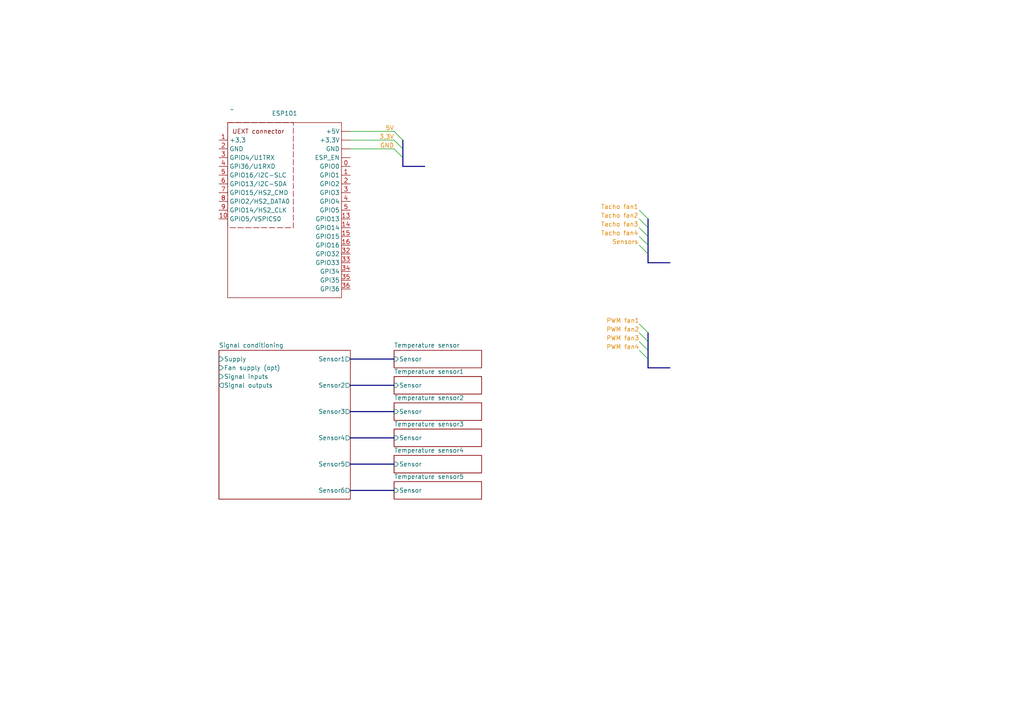
<source format=kicad_sch>
(kicad_sch (version 20231120) (generator "eeschema") (generator_version "8.0")
  (paper "A4")
  (lib_symbols
    (symbol "Own_ESP32:ESP32-POE-ISO"
      (property "Reference" "ESP" (at -13.97 27.94 0))
      (symbol "ESP32-POE-ISO_1_1"
        (rectangle (start -16.51 -5.08) (end 2.54 25.4) (stroke (width 0) (type dash)))
        (rectangle (start -16.51 25.4) (end 16.51 -25.4))
        (text "UEXT connector" (at -7.62 22.86 0) (effects (font (size 1.27 1.27))))
        (pin bidirectional line (at 19.05 20.32 180) (length 2.54) (name "+3,3V") (number ""))
        (pin bidirectional line (at 19.05 22.86 180) (length 2.54) (name "+5V") (number ""))
        (pin bidirectional line (at 19.05 15.24 180) (length 2.54) (name "ESP_EN") (number ""))
        (pin bidirectional line (at 19.05 17.78 180) (length 2.54) (name "GND") (number ""))
        (pin bidirectional line (at 19.05 12.7 180) (length 2.54) (name "GPIO0") (number "0"))
        (pin bidirectional line (at -19.05 20.32 0) (length 2.54) (name "+3,3") (number "1"))
        (pin bidirectional line (at 19.05 10.16 180) (length 2.54) (name "GPIO1") (number "1"))
        (pin bidirectional line (at -19.05 -2.54 0) (length 2.54) (name "GPIO5/VSPICS0") (number "10"))
        (pin bidirectional line (at 19.05 -2.54 180) (length 2.54) (name "GPIO13") (number "13"))
        (pin bidirectional line (at 19.05 -5.08 180) (length 2.54) (name "GPIO14") (number "14"))
        (pin bidirectional line (at 19.05 -7.62 180) (length 2.54) (name "GPIO15") (number "15"))
        (pin bidirectional line (at 19.05 -10.16 180) (length 2.54) (name "GPIO16") (number "16"))
        (pin bidirectional line (at -19.05 17.78 0) (length 2.54) (name "GND") (number "2"))
        (pin bidirectional line (at 19.05 7.62 180) (length 2.54) (name "GPIO2") (number "2"))
        (pin bidirectional line (at 19.05 5.08 180) (length 2.54) (name "GPIO3") (number "3"))
        (pin bidirectional line (at -19.05 15.24 0) (length 2.54) (name "GPIO4/U1TRX") (number "3"))
        (pin bidirectional line (at 19.05 -12.7 180) (length 2.54) (name "GPIO32") (number "32"))
        (pin bidirectional line (at 19.05 -15.24 180) (length 2.54) (name "GPIO33") (number "33"))
        (pin bidirectional line (at 19.05 -17.78 180) (length 2.54) (name "GPI34") (number "34"))
        (pin bidirectional line (at 19.05 -20.32 180) (length 2.54) (name "GPI35") (number "35"))
        (pin bidirectional line (at 19.05 -22.86 180) (length 2.54) (name "GPI36") (number "36"))
        (pin bidirectional line (at -19.05 12.7 0) (length 2.54) (name "GPI36/U1RXD") (number "4"))
        (pin bidirectional line (at 19.05 2.54 180) (length 2.54) (name "GPIO4") (number "4"))
        (pin bidirectional line (at -19.05 10.16 0) (length 2.54) (name "GPIO16/I2C-SLC") (number "5"))
        (pin bidirectional line (at 19.05 0 180) (length 2.54) (name "GPIO5") (number "5"))
        (pin bidirectional line (at -19.05 7.62 0) (length 2.54) (name "GPIO13/I2C-SDA") (number "6"))
        (pin bidirectional line (at -19.05 5.08 0) (length 2.54) (name "GPIO15/HS2_CMD") (number "7"))
        (pin bidirectional line (at -19.05 2.54 0) (length 2.54) (name "GPIO2/HS2_DATA0") (number "8"))
        (pin bidirectional line (at -19.05 0 0) (length 2.54) (name "GPIO14/HS2_CLK") (number "9"))
      )
    )
  )
  (bus_entry (at 187.96 104.14) (size -2.54 -2.54))
  (bus_entry (at 187.96 63.5) (size -2.54 -2.54))
  (bus_entry (at 116.84 45.72) (size -2.54 -2.54))
  (bus_entry (at 187.96 71.12) (size -2.54 -2.54))
  (bus_entry (at 187.96 101.6) (size -2.54 -2.54))
  (bus_entry (at 187.96 96.52) (size -2.54 -2.54))
  (bus_entry (at 187.96 68.58) (size -2.54 -2.54))
  (bus_entry (at 187.96 66.04) (size -2.54 -2.54))
  (bus_entry (at 116.84 40.64) (size -2.54 -2.54))
  (bus_entry (at 187.96 99.06) (size -2.54 -2.54))
  (bus_entry (at 116.84 43.18) (size -2.54 -2.54))
  (bus_entry (at 187.96 73.66) (size -2.54 -2.54))
  (wire (pts (xy 101.6 38.1) (xy 114.3 38.1)))
  (bus (pts (xy 101.6 127) (xy 114.3 127)))
  (bus (pts (xy 187.96 99.06) (xy 187.96 101.6)))
  (bus (pts (xy 101.6 111.76) (xy 114.3 111.76)))
  (bus (pts (xy 116.84 43.18) (xy 116.84 45.72)))
  (bus (pts (xy 123.19 48.26) (xy 116.84 48.26)))
  (bus (pts (xy 187.96 104.14) (xy 187.96 106.68)))
  (bus (pts (xy 101.6 134.62) (xy 114.3 134.62)))
  (bus (pts (xy 101.6 119.38) (xy 114.3 119.38)))
  (bus (pts (xy 187.96 101.6) (xy 187.96 104.14)))
  (bus (pts (xy 187.96 68.58) (xy 187.96 71.12)))
  (wire (pts (xy 101.6 43.18) (xy 114.3 43.18)))
  (bus (pts (xy 101.6 104.14) (xy 114.3 104.14)))
  (bus (pts (xy 116.84 40.64) (xy 116.84 43.18)))
  (bus (pts (xy 187.96 71.12) (xy 187.96 73.66)))
  (bus (pts (xy 101.6 142.24) (xy 114.3 142.24)))
  (bus (pts (xy 194.31 106.68) (xy 187.96 106.68)))
  (bus (pts (xy 187.96 66.04) (xy 187.96 68.58)))
  (bus (pts (xy 116.84 45.72) (xy 116.84 48.26)))
  (bus (pts (xy 187.96 63.5) (xy 187.96 66.04)))
  (bus (pts (xy 194.31 76.2) (xy 187.96 76.2)))
  (bus (pts (xy 187.96 73.66) (xy 187.96 76.2)))
  (bus (pts (xy 187.96 96.52) (xy 187.96 99.06)))
  (wire (pts (xy 101.6 40.64) (xy 114.3 40.64)))
  (text "5V" (at 114.3 37.338 0) (effects (font (size 1.27 1.27)) (justify right)))
  (text "PWM fan4" (at 185.42 100.838 0) (effects (font (size 1.27 1.27)) (justify right)))
  (text "3,3V" (at 114.3 39.878 0) (effects (font (size 1.27 1.27)) (justify right)))
  (text "Tacho fan3" (at 185.166 65.278 0) (effects (font (size 1.27 1.27)) (justify right)))
  (text "PWM fan3" (at 185.42 98.298 0) (effects (font (size 1.27 1.27)) (justify right)))
  (text "GND" (at 114.3 42.418 0) (effects (font (size 1.27 1.27)) (justify right)))
  (text "Sensors" (at 185.166 70.358 0) (effects (font (size 1.27 1.27)) (justify right)))
  (text "Tacho fan4" (at 185.166 67.818 0) (effects (font (size 1.27 1.27)) (justify right)))
  (text "Tacho fan1" (at 185.166 60.198 0) (effects (font (size 1.27 1.27)) (justify right)))
  (text "PWM fan1" (at 185.42 93.218 0) (effects (font (size 1.27 1.27)) (justify right)))
  (text "Tacho fan2" (at 185.166 62.738 0) (effects (font (size 1.27 1.27)) (justify right)))
  (text "PWM fan2" (at 185.42 95.758 0) (effects (font (size 1.27 1.27)) (justify right)))
  (symbol (lib_id "Own_ESP32:ESP32-POE-ISO") (at 82.55 60.96 0) (unit 1)
    (property "Reference" "ESP101" (at 82.55 32.885 0))
    (property "Value" "~" (at 67.31 31.75 0))
  )
  (sheet (at 114.3 124.46) (size 25.4 5.08) (stroke (width 0.1524))
    (property "Sheetname" "Temperature sensor3" (at 114.3 123.7484 0) (effects (justify left bottom)))
    (property "Sheetfile" "Temperature sensor.kicad_sch" (effects (hide yes)))
    (pin "Sensor" input (at 114.3 127 180))
  )
  (sheet (at 114.3 109.22) (size 25.4 5.08) (stroke (width 0.1524))
    (property "Sheetname" "Temperature sensor1" (at 114.3 108.5084 0) (effects (justify left bottom)))
    (property "Sheetfile" "Temperature sensor.kicad_sch" (effects (hide yes)))
    (pin "Sensor" input (at 114.3 111.76 180))
  )
  (sheet (at 114.3 116.84) (size 25.4 5.08) (stroke (width 0.1524))
    (property "Sheetname" "Temperature sensor2" (at 114.3 116.1284 0) (effects (justify left bottom)))
    (property "Sheetfile" "Temperature sensor.kicad_sch" (effects (hide yes)))
    (pin "Sensor" input (at 114.3 119.38 180))
  )
  (sheet (at 114.3 132.08) (size 25.4 5.08) (stroke (width 0.1524))
    (property "Sheetname" "Temperature sensor4" (at 114.3 131.3684 0) (effects (justify left bottom)))
    (property "Sheetfile" "Temperature sensor.kicad_sch" (effects (hide yes)))
    (pin "Sensor" input (at 114.3 134.62 180))
  )
  (sheet (at 114.3 101.6) (size 25.4 5.08) (stroke (width 0.1524))
    (property "Sheetname" "Temperature sensor" (at 114.3 100.8884 0) (effects (justify left bottom)))
    (property "Sheetfile" "Temperature sensor.kicad_sch" (effects (hide yes)))
    (pin "Sensor" input (at 114.3 104.14 180))
  )
  (sheet (at 63.5 101.6) (size 38.1 43.18) (stroke (width 0.1524))
    (property "Sheetname" "Signal conditioning" (at 63.5 100.8884 0) (effects (justify left bottom)))
    (property "Sheetfile" "Signal conditioning.kicad_sch" (effects (hide yes)))
    (pin "Supply" input (at 63.5 104.14 180))
    (pin "Fan supply (opt)" input (at 63.5 106.68 180))
    (pin "Signal inputs" input (at 63.5 109.22 180))
    (pin "Signal outputs" output (at 63.5 111.76 180))
    (pin "Sensor1" output (at 101.6 104.14 0))
    (pin "Sensor2" output (at 101.6 111.76 0))
    (pin "Sensor3" output (at 101.6 119.38 0))
    (pin "Sensor6" output (at 101.6 142.24 0))
    (pin "Sensor5" output (at 101.6 134.62 0))
    (pin "Sensor4" output (at 101.6 127 0))
  )
  (sheet (at 114.3 139.7) (size 25.4 5.08) (stroke (width 0.1524))
    (property "Sheetname" "Temperature sensor5" (at 114.3 138.9884 0) (effects (justify left bottom)))
    (property "Sheetfile" "Temperature sensor.kicad_sch" (effects (hide yes)))
    (pin "Sensor" input (at 114.3 142.24 180))
  )
)
</source>
